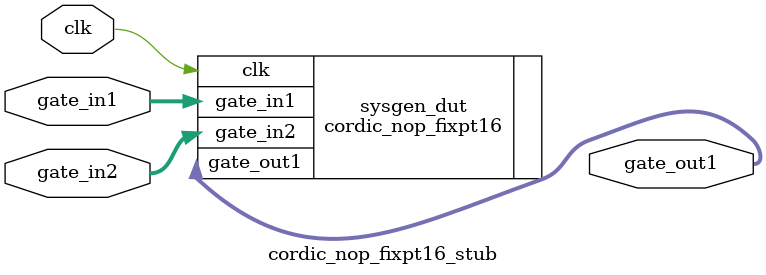
<source format=v>
`timescale 1 ns / 10 ps
module cordic_nop_fixpt16_stub (
  input [16-1:0] gate_in1,
  input [16-1:0] gate_in2,
  input clk,
  output [16-1:0] gate_out1
);
  cordic_nop_fixpt16 sysgen_dut (
    .gate_in1(gate_in1),
    .gate_in2(gate_in2),
    .clk(clk),
    .gate_out1(gate_out1)
  );
endmodule

</source>
